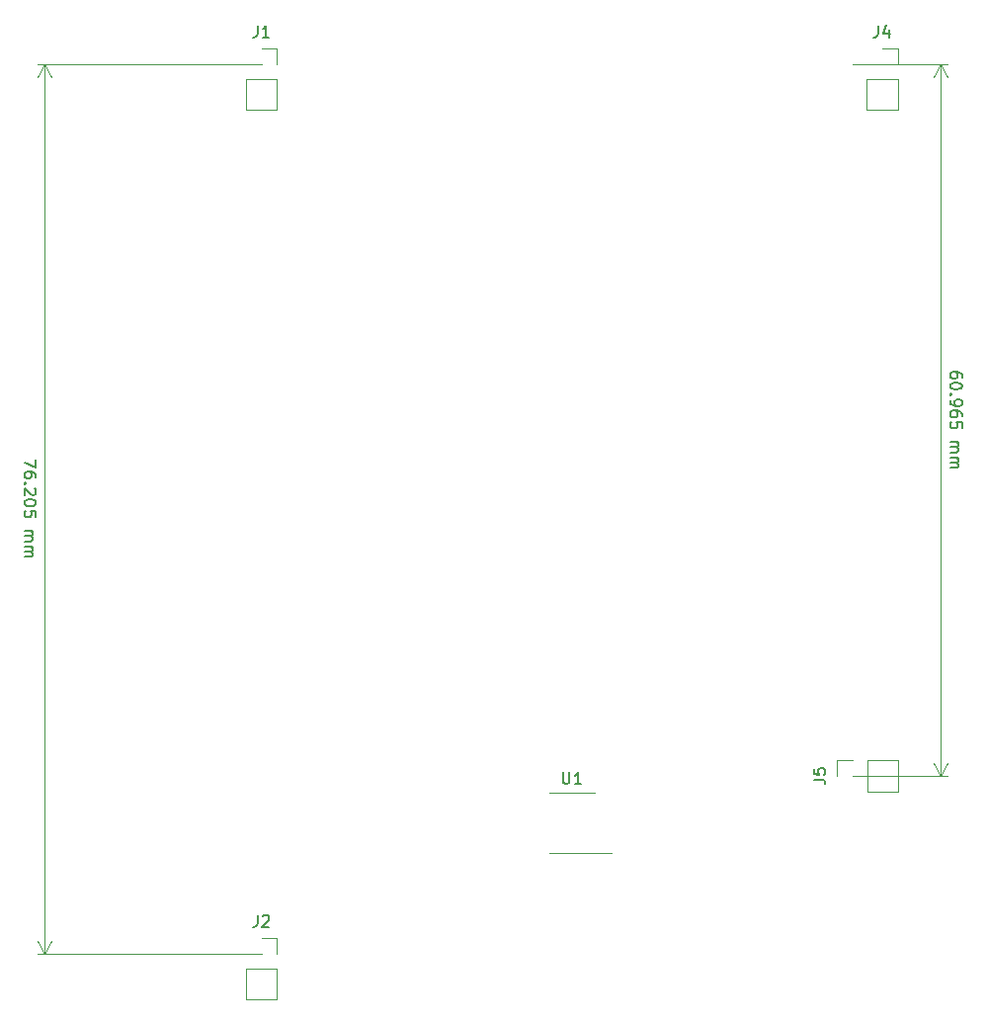
<source format=gbr>
G04 #@! TF.GenerationSoftware,KiCad,Pcbnew,5.1.5-52549c5~84~ubuntu18.04.1*
G04 #@! TF.CreationDate,2020-02-18T11:51:06+01:00*
G04 #@! TF.ProjectId,test,74657374-2e6b-4696-9361-645f70636258,rev?*
G04 #@! TF.SameCoordinates,Original*
G04 #@! TF.FileFunction,Legend,Top*
G04 #@! TF.FilePolarity,Positive*
%FSLAX46Y46*%
G04 Gerber Fmt 4.6, Leading zero omitted, Abs format (unit mm)*
G04 Created by KiCad (PCBNEW 5.1.5-52549c5~84~ubuntu18.04.1) date 2020-02-18 11:51:06*
%MOMM*%
%LPD*%
G04 APERTURE LIST*
%ADD10C,0.150000*%
%ADD11C,0.120000*%
G04 APERTURE END LIST*
D10*
X116143019Y-89015633D02*
X116143019Y-88825157D01*
X116095400Y-88729919D01*
X116047780Y-88682300D01*
X115904923Y-88587061D01*
X115714447Y-88539442D01*
X115333495Y-88539442D01*
X115238257Y-88587061D01*
X115190638Y-88634680D01*
X115143019Y-88729919D01*
X115143019Y-88920395D01*
X115190638Y-89015633D01*
X115238257Y-89063252D01*
X115333495Y-89110871D01*
X115571590Y-89110871D01*
X115666828Y-89063252D01*
X115714447Y-89015633D01*
X115762066Y-88920395D01*
X115762066Y-88729919D01*
X115714447Y-88634680D01*
X115666828Y-88587061D01*
X115571590Y-88539442D01*
X116143019Y-89729919D02*
X116143019Y-89825157D01*
X116095400Y-89920395D01*
X116047780Y-89968014D01*
X115952542Y-90015633D01*
X115762066Y-90063252D01*
X115523971Y-90063252D01*
X115333495Y-90015633D01*
X115238257Y-89968014D01*
X115190638Y-89920395D01*
X115143019Y-89825157D01*
X115143019Y-89729919D01*
X115190638Y-89634680D01*
X115238257Y-89587061D01*
X115333495Y-89539442D01*
X115523971Y-89491823D01*
X115762066Y-89491823D01*
X115952542Y-89539442D01*
X116047780Y-89587061D01*
X116095400Y-89634680D01*
X116143019Y-89729919D01*
X115238257Y-90491823D02*
X115190638Y-90539442D01*
X115143019Y-90491823D01*
X115190638Y-90444204D01*
X115238257Y-90491823D01*
X115143019Y-90491823D01*
X115143019Y-91015633D02*
X115143019Y-91206109D01*
X115190638Y-91301347D01*
X115238257Y-91348966D01*
X115381114Y-91444204D01*
X115571590Y-91491823D01*
X115952542Y-91491823D01*
X116047780Y-91444204D01*
X116095400Y-91396585D01*
X116143019Y-91301347D01*
X116143019Y-91110871D01*
X116095400Y-91015633D01*
X116047780Y-90968014D01*
X115952542Y-90920395D01*
X115714447Y-90920395D01*
X115619209Y-90968014D01*
X115571590Y-91015633D01*
X115523971Y-91110871D01*
X115523971Y-91301347D01*
X115571590Y-91396585D01*
X115619209Y-91444204D01*
X115714447Y-91491823D01*
X116143019Y-92348966D02*
X116143019Y-92158490D01*
X116095400Y-92063252D01*
X116047780Y-92015633D01*
X115904923Y-91920395D01*
X115714447Y-91872776D01*
X115333495Y-91872776D01*
X115238257Y-91920395D01*
X115190638Y-91968014D01*
X115143019Y-92063252D01*
X115143019Y-92253728D01*
X115190638Y-92348966D01*
X115238257Y-92396585D01*
X115333495Y-92444204D01*
X115571590Y-92444204D01*
X115666828Y-92396585D01*
X115714447Y-92348966D01*
X115762066Y-92253728D01*
X115762066Y-92063252D01*
X115714447Y-91968014D01*
X115666828Y-91920395D01*
X115571590Y-91872776D01*
X116143019Y-93348966D02*
X116143019Y-92872776D01*
X115666828Y-92825157D01*
X115714447Y-92872776D01*
X115762066Y-92968014D01*
X115762066Y-93206109D01*
X115714447Y-93301347D01*
X115666828Y-93348966D01*
X115571590Y-93396585D01*
X115333495Y-93396585D01*
X115238257Y-93348966D01*
X115190638Y-93301347D01*
X115143019Y-93206109D01*
X115143019Y-92968014D01*
X115190638Y-92872776D01*
X115238257Y-92825157D01*
X115143019Y-94587061D02*
X115809685Y-94587061D01*
X115714447Y-94587061D02*
X115762066Y-94634680D01*
X115809685Y-94729919D01*
X115809685Y-94872776D01*
X115762066Y-94968014D01*
X115666828Y-95015633D01*
X115143019Y-95015633D01*
X115666828Y-95015633D02*
X115762066Y-95063252D01*
X115809685Y-95158490D01*
X115809685Y-95301347D01*
X115762066Y-95396585D01*
X115666828Y-95444204D01*
X115143019Y-95444204D01*
X115143019Y-95920395D02*
X115809685Y-95920395D01*
X115714447Y-95920395D02*
X115762066Y-95968014D01*
X115809685Y-96063252D01*
X115809685Y-96206109D01*
X115762066Y-96301347D01*
X115666828Y-96348966D01*
X115143019Y-96348966D01*
X115666828Y-96348966D02*
X115762066Y-96396585D01*
X115809685Y-96491823D01*
X115809685Y-96634680D01*
X115762066Y-96729919D01*
X115666828Y-96777538D01*
X115143019Y-96777538D01*
D11*
X114325400Y-62200000D02*
X114325400Y-123164600D01*
X106760000Y-62200000D02*
X114911821Y-62200000D01*
X106760000Y-123164600D02*
X114911821Y-123164600D01*
X114325400Y-123164600D02*
X113738979Y-122038096D01*
X114325400Y-123164600D02*
X114911821Y-122038096D01*
X114325400Y-62200000D02*
X113738979Y-63326504D01*
X114325400Y-62200000D02*
X114911821Y-63326504D01*
D10*
X36793419Y-96111823D02*
X36793419Y-96778490D01*
X35793419Y-96349919D01*
X36793419Y-97588014D02*
X36793419Y-97397538D01*
X36745800Y-97302300D01*
X36698180Y-97254680D01*
X36555323Y-97159442D01*
X36364847Y-97111823D01*
X35983895Y-97111823D01*
X35888657Y-97159442D01*
X35841038Y-97207061D01*
X35793419Y-97302300D01*
X35793419Y-97492776D01*
X35841038Y-97588014D01*
X35888657Y-97635633D01*
X35983895Y-97683252D01*
X36221990Y-97683252D01*
X36317228Y-97635633D01*
X36364847Y-97588014D01*
X36412466Y-97492776D01*
X36412466Y-97302300D01*
X36364847Y-97207061D01*
X36317228Y-97159442D01*
X36221990Y-97111823D01*
X35888657Y-98111823D02*
X35841038Y-98159442D01*
X35793419Y-98111823D01*
X35841038Y-98064204D01*
X35888657Y-98111823D01*
X35793419Y-98111823D01*
X36698180Y-98540395D02*
X36745800Y-98588014D01*
X36793419Y-98683252D01*
X36793419Y-98921347D01*
X36745800Y-99016585D01*
X36698180Y-99064204D01*
X36602942Y-99111823D01*
X36507704Y-99111823D01*
X36364847Y-99064204D01*
X35793419Y-98492776D01*
X35793419Y-99111823D01*
X36793419Y-99730871D02*
X36793419Y-99826109D01*
X36745800Y-99921347D01*
X36698180Y-99968966D01*
X36602942Y-100016585D01*
X36412466Y-100064204D01*
X36174371Y-100064204D01*
X35983895Y-100016585D01*
X35888657Y-99968966D01*
X35841038Y-99921347D01*
X35793419Y-99826109D01*
X35793419Y-99730871D01*
X35841038Y-99635633D01*
X35888657Y-99588014D01*
X35983895Y-99540395D01*
X36174371Y-99492776D01*
X36412466Y-99492776D01*
X36602942Y-99540395D01*
X36698180Y-99588014D01*
X36745800Y-99635633D01*
X36793419Y-99730871D01*
X36793419Y-100968966D02*
X36793419Y-100492776D01*
X36317228Y-100445157D01*
X36364847Y-100492776D01*
X36412466Y-100588014D01*
X36412466Y-100826109D01*
X36364847Y-100921347D01*
X36317228Y-100968966D01*
X36221990Y-101016585D01*
X35983895Y-101016585D01*
X35888657Y-100968966D01*
X35841038Y-100921347D01*
X35793419Y-100826109D01*
X35793419Y-100588014D01*
X35841038Y-100492776D01*
X35888657Y-100445157D01*
X35793419Y-102207061D02*
X36460085Y-102207061D01*
X36364847Y-102207061D02*
X36412466Y-102254680D01*
X36460085Y-102349919D01*
X36460085Y-102492776D01*
X36412466Y-102588014D01*
X36317228Y-102635633D01*
X35793419Y-102635633D01*
X36317228Y-102635633D02*
X36412466Y-102683252D01*
X36460085Y-102778490D01*
X36460085Y-102921347D01*
X36412466Y-103016585D01*
X36317228Y-103064204D01*
X35793419Y-103064204D01*
X35793419Y-103540395D02*
X36460085Y-103540395D01*
X36364847Y-103540395D02*
X36412466Y-103588014D01*
X36460085Y-103683252D01*
X36460085Y-103826109D01*
X36412466Y-103921347D01*
X36317228Y-103968966D01*
X35793419Y-103968966D01*
X36317228Y-103968966D02*
X36412466Y-104016585D01*
X36460085Y-104111823D01*
X36460085Y-104254680D01*
X36412466Y-104349919D01*
X36317228Y-104397538D01*
X35793419Y-104397538D01*
D11*
X37515800Y-62200000D02*
X37515800Y-138404600D01*
X56100000Y-62200000D02*
X36929379Y-62200000D01*
X56100000Y-138404600D02*
X36929379Y-138404600D01*
X37515800Y-138404600D02*
X36929379Y-137278096D01*
X37515800Y-138404600D02*
X38102221Y-137278096D01*
X37515800Y-62200000D02*
X36929379Y-63326504D01*
X37515800Y-62200000D02*
X38102221Y-63326504D01*
X82704500Y-124640000D02*
X80754500Y-124640000D01*
X82704500Y-124640000D02*
X84654500Y-124640000D01*
X82704500Y-129760000D02*
X80754500Y-129760000D01*
X82704500Y-129760000D02*
X86154500Y-129760000D01*
X54770000Y-63470000D02*
X57430000Y-63470000D01*
X54770000Y-63470000D02*
X54770000Y-66070000D01*
X54770000Y-66070000D02*
X57430000Y-66070000D01*
X57430000Y-63470000D02*
X57430000Y-66070000D01*
X57430000Y-60870000D02*
X57430000Y-62200000D01*
X56100000Y-60870000D02*
X57430000Y-60870000D01*
X54770000Y-139670000D02*
X57430000Y-139670000D01*
X54770000Y-139670000D02*
X54770000Y-142270000D01*
X54770000Y-142270000D02*
X57430000Y-142270000D01*
X57430000Y-139670000D02*
X57430000Y-142270000D01*
X57430000Y-137070000D02*
X57430000Y-138400000D01*
X56100000Y-137070000D02*
X57430000Y-137070000D01*
X109300000Y-60870000D02*
X110630000Y-60870000D01*
X110630000Y-60870000D02*
X110630000Y-62200000D01*
X110630000Y-63470000D02*
X110630000Y-66070000D01*
X107970000Y-66070000D02*
X110630000Y-66070000D01*
X107970000Y-63470000D02*
X107970000Y-66070000D01*
X107970000Y-63470000D02*
X110630000Y-63470000D01*
X105430000Y-123160000D02*
X105430000Y-121830000D01*
X105430000Y-121830000D02*
X106760000Y-121830000D01*
X108030000Y-121830000D02*
X110630000Y-121830000D01*
X110630000Y-124490000D02*
X110630000Y-121830000D01*
X108030000Y-124490000D02*
X110630000Y-124490000D01*
X108030000Y-124490000D02*
X108030000Y-121830000D01*
D10*
X81942595Y-122842380D02*
X81942595Y-123651904D01*
X81990214Y-123747142D01*
X82037833Y-123794761D01*
X82133071Y-123842380D01*
X82323547Y-123842380D01*
X82418785Y-123794761D01*
X82466404Y-123747142D01*
X82514023Y-123651904D01*
X82514023Y-122842380D01*
X83514023Y-123842380D02*
X82942595Y-123842380D01*
X83228309Y-123842380D02*
X83228309Y-122842380D01*
X83133071Y-122985238D01*
X83037833Y-123080476D01*
X82942595Y-123128095D01*
X55766666Y-58882380D02*
X55766666Y-59596666D01*
X55719047Y-59739523D01*
X55623809Y-59834761D01*
X55480952Y-59882380D01*
X55385714Y-59882380D01*
X56766666Y-59882380D02*
X56195238Y-59882380D01*
X56480952Y-59882380D02*
X56480952Y-58882380D01*
X56385714Y-59025238D01*
X56290476Y-59120476D01*
X56195238Y-59168095D01*
X55766666Y-135082380D02*
X55766666Y-135796666D01*
X55719047Y-135939523D01*
X55623809Y-136034761D01*
X55480952Y-136082380D01*
X55385714Y-136082380D01*
X56195238Y-135177619D02*
X56242857Y-135130000D01*
X56338095Y-135082380D01*
X56576190Y-135082380D01*
X56671428Y-135130000D01*
X56719047Y-135177619D01*
X56766666Y-135272857D01*
X56766666Y-135368095D01*
X56719047Y-135510952D01*
X56147619Y-136082380D01*
X56766666Y-136082380D01*
X108966666Y-58882380D02*
X108966666Y-59596666D01*
X108919047Y-59739523D01*
X108823809Y-59834761D01*
X108680952Y-59882380D01*
X108585714Y-59882380D01*
X109871428Y-59215714D02*
X109871428Y-59882380D01*
X109633333Y-58834761D02*
X109395238Y-59549047D01*
X110014285Y-59549047D01*
X103442380Y-123493333D02*
X104156666Y-123493333D01*
X104299523Y-123540952D01*
X104394761Y-123636190D01*
X104442380Y-123779047D01*
X104442380Y-123874285D01*
X103442380Y-122540952D02*
X103442380Y-123017142D01*
X103918571Y-123064761D01*
X103870952Y-123017142D01*
X103823333Y-122921904D01*
X103823333Y-122683809D01*
X103870952Y-122588571D01*
X103918571Y-122540952D01*
X104013809Y-122493333D01*
X104251904Y-122493333D01*
X104347142Y-122540952D01*
X104394761Y-122588571D01*
X104442380Y-122683809D01*
X104442380Y-122921904D01*
X104394761Y-123017142D01*
X104347142Y-123064761D01*
M02*

</source>
